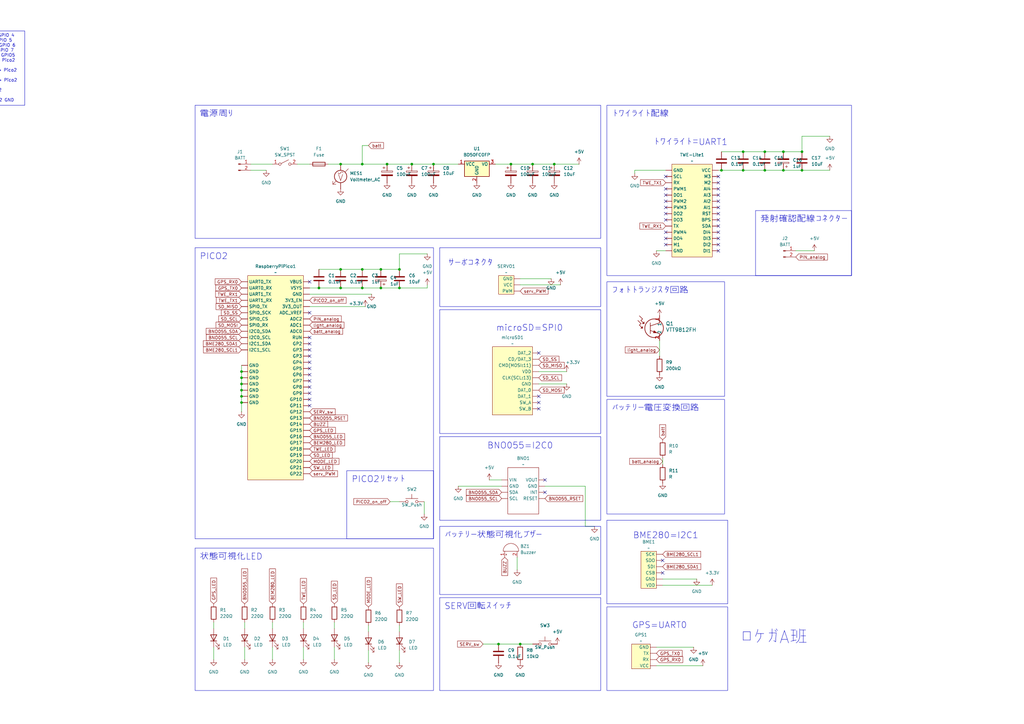
<source format=kicad_sch>
(kicad_sch (version 20231120) (generator "eeschema") (generator_version "8.0")
  (paper "A3")
  (lib_symbols
    (symbol "Connector:Conn_01x02_Pin" (pin_names (offset 1.016) hide)
      (property "Reference" "J" (at 0 2.54 0))
      (property "Value" "Conn_01x02_Pin" (at 0 -5.08 0))
      (symbol "Conn_01x02_Pin_1_1"
        (pin passive line (at 5.08 0 180) (length 3.81) (name "Pin_1") (number "1"))
        (pin passive line (at 5.08 -2.54 180) (length 3.81) (name "Pin_2") (number "2"))
      )
    )
    (symbol "Device:Buzzer" (pin_names (offset 0.0254) hide)
      (property "Reference" "BZ" (at 3.81 1.27 0))
      (property "Value" "Buzzer" (at 3.81 -1.27 0))
      (symbol "Buzzer_1_1"
        (pin passive line (at -2.54 2.54 0) (length 2.54) (name "+") (number "1"))
        (pin passive line (at -2.54 -2.54 0) (length 2.54) (name "-") (number "2"))
      )
    )
    (symbol "Device:C" (pin_numbers hide) (pin_names (offset 0.254))
      (property "Reference" "C" (at 0.635 2.54 0))
      (property "Value" "C" (at 0.635 -2.54 0))
      (symbol "C_1_1"
        (pin passive line (at 0 3.81 270) (length 2.794) (name "~") (number "1"))
        (pin passive line (at 0 -3.81 90) (length 2.794) (name "~") (number "2"))
      )
    )
    (symbol "Device:C_Polarized" (pin_numbers hide) (pin_names (offset 0.254))
      (property "Reference" "C" (at 0.635 2.54 0))
      (property "Value" "C_Polarized" (at 0.635 -2.54 0))
      (symbol "C_Polarized_1_1"
        (pin passive line (at 0 3.81 270) (length 2.794) (name "~") (number "1"))
        (pin passive line (at 0 -3.81 90) (length 2.794) (name "~") (number "2"))
      )
    )
    (symbol "Device:Fuse" (pin_numbers hide) (pin_names (offset 0))
      (property "Reference" "F" (at 2.032 0 90))
      (property "Value" "Fuse" (at -1.905 0 90))
      (symbol "Fuse_1_1"
        (pin passive line (at 0 3.81 270) (length 1.27) (name "~") (number "1"))
        (pin passive line (at 0 -3.81 90) (length 1.27) (name "~") (number "2"))
      )
    )
    (symbol "Device:LED" (pin_numbers hide) (pin_names (offset 1.016) hide)
      (property "Reference" "D" (at 0 2.54 0))
      (property "Value" "LED" (at 0 -2.54 0))
      (symbol "LED_1_1"
        (pin passive line (at -3.81 0 0) (length 2.54) (name "K") (number "1"))
        (pin passive line (at 3.81 0 180) (length 2.54) (name "A") (number "2"))
      )
    )
    (symbol "Device:R" (pin_numbers hide) (pin_names (offset 0))
      (property "Reference" "R" (at 2.032 0 90))
      (property "Value" "R" (at 0 0 90))
      (symbol "R_1_1"
        (pin passive line (at 0 3.81 270) (length 1.27) (name "~") (number "1"))
        (pin passive line (at 0 -3.81 90) (length 1.27) (name "~") (number "2"))
      )
    )
    (symbol "Device:Voltmeter_AC" (pin_numbers hide) (pin_names (offset 0.0254) hide)
      (property "Reference" "MES" (at -3.302 1.016 0))
      (property "Value" "Voltmeter_AC" (at -3.302 -0.762 0))
      (symbol "Voltmeter_AC_0_0"
        (text "V" (at 0 0.508 0) (effects (font (size 2.54 2.54))))
      )
      (symbol "Voltmeter_AC_1_1"
        (pin passive line (at 0 -5.08 90) (length 2.54) (name "~") (number "1"))
        (pin passive line (at 0 5.08 270) (length 2.54) (name "~") (number "2"))
      )
    )
    (symbol "Regulator_Linear:BD50FC0FP"
      (property "Reference" "U" (at 0 7.62 0))
      (property "Value" "BD50FC0FP" (at 0 5.08 0))
      (symbol "BD50FC0FP_1_1"
        (pin power_in line (at -7.62 0 0) (length 2.54) (name "VCC") (number "1"))
        (pin power_in line (at 0 -7.62 90) (length 2.54) (name "GND") (number "2"))
        (pin power_out line (at 7.62 0 180) (length 2.54) (name "VO") (number "3"))
      )
    )
    (symbol "SPARK:BME280(秋月）"
      (property "Reference" "BME280" (at -0.508 7.874 0))
      (symbol "BME280(秋月）_1_1"
        (pin input line (at 5.08 -2.54 180) (length 2.54) (name "CSB") (number ""))
        (pin input line (at 5.08 -5.08 180) (length 2.54) (name "GND") (number ""))
        (pin input line (at 5.08 5.08 180) (length 2.54) (name "SCK") (number ""))
        (pin input line (at 5.08 0 180) (length 2.54) (name "SDI") (number ""))
        (pin input line (at 5.08 2.54 180) (length 2.54) (name "SDO") (number ""))
        (pin input line (at 5.08 -7.62 180) (length 2.54) (name "VDD") (number ""))
      )
    )
    (symbol "SPARK:BNO055"
      (property "Reference" "BNO055" (at 0 9.144 0))
      (symbol "BNO055_1_1"
        (pin input line (at -8.89 2.54 0) (length 2.54) (name "GND") (number ""))
        (pin input line (at 8.89 2.54 180) (length 2.54) (name "GND") (number ""))
        (pin input line (at 8.89 0 180) (length 2.54) (name "INT") (number ""))
        (pin input line (at 8.89 -2.54 180) (length 2.54) (name "RESET") (number ""))
        (pin input line (at -8.89 -2.54 0) (length 2.54) (name "SCL") (number ""))
        (pin input line (at -8.89 0 0) (length 2.54) (name "SDA") (number ""))
        (pin input line (at -8.89 5.08 0) (length 2.54) (name "VIN") (number ""))
        (pin input line (at 8.89 5.08 180) (length 2.54) (name "VOUT") (number ""))
      )
    )
    (symbol "SPARK:GPS"
      (property "Reference" "GPS" (at 0 5.588 0))
      (symbol "GPS_1_1"
        (pin input line (at 0 2.54 180) (length 2.54) (name "GND") (number ""))
        (pin input line (at 0 -2.54 180) (length 2.54) (name "RX") (number ""))
        (pin input line (at 0 0 180) (length 2.54) (name "TX") (number ""))
        (pin input line (at 0 -5.08 180) (length 2.54) (name "VCC") (number ""))
      )
    )
    (symbol "SPARK:SDカードスロット"
      (property "Reference" "microSDカードスロット" (at -5.588 3.048 0))
      (symbol "SDカードスロット_1_1"
        (pin input line (at 5.08 -6.35 180) (length 2.54) (name "CD/DAT_3") (number ""))
        (pin input line (at 5.08 -13.97 180) (length 2.54) (name "CLK(SCL:13)") (number ""))
        (pin input line (at 5.08 -8.89 180) (length 2.54) (name "CMD(MOSI:11)") (number ""))
        (pin input line (at 5.08 -19.05 180) (length 2.54) (name "DAT_0") (number ""))
        (pin input line (at 5.08 -21.59 180) (length 2.54) (name "DAT_1") (number ""))
        (pin input line (at 5.08 -3.81 180) (length 2.54) (name "DAT_2") (number ""))
        (pin input line (at 5.08 -16.51 180) (length 2.54) (name "GND") (number ""))
        (pin input line (at 5.08 -24.13 180) (length 2.54) (name "SW_A") (number ""))
        (pin input line (at 5.08 -26.67 180) (length 2.54) (name "SW_B") (number ""))
        (pin input line (at 5.08 -11.43 180) (length 2.54) (name "VDD") (number ""))
      )
    )
    (symbol "SPARK:TWELITE_DIP"
      (property "Reference" "TWE-Lite" (at 0 5.842 90))
      (symbol "TWELITE_DIP_1_1"
        (pin input line (at 10.16 5.08 180) (length 2.54) (name "AI1") (number ""))
        (pin input line (at 10.16 7.62 180) (length 2.54) (name "AI2") (number ""))
        (pin input line (at 10.16 10.16 180) (length 2.54) (name "AI3") (number ""))
        (pin input line (at 10.16 12.7 180) (length 2.54) (name "AI4") (number ""))
        (pin input line (at 10.16 0 180) (length 2.54) (name "BPS") (number ""))
        (pin input line (at 10.16 -12.7 180) (length 2.54) (name "DI1") (number ""))
        (pin input line (at 10.16 -10.16 180) (length 2.54) (name "DI2") (number ""))
        (pin input line (at 10.16 -7.62 180) (length 2.54) (name "DI3") (number ""))
        (pin input line (at 10.16 -5.08 180) (length 2.54) (name "DI4") (number ""))
        (pin input line (at -11.43 10.16 0) (length 2.54) (name "DO1") (number ""))
        (pin input line (at -11.43 2.54 0) (length 2.54) (name "DO2") (number ""))
        (pin input line (at -11.43 0 0) (length 2.54) (name "DO3") (number ""))
        (pin input line (at -11.43 -7.62 0) (length 2.54) (name "DO4") (number ""))
        (pin input line (at -11.43 -12.7 0) (length 2.54) (name "GND") (number ""))
        (pin input line (at -11.43 20.32 0) (length 2.54) (name "GND") (number ""))
        (pin input line (at -11.43 -10.16 0) (length 2.54) (name "M1") (number ""))
        (pin input line (at 10.16 15.24 180) (length 2.54) (name "M2") (number ""))
        (pin input line (at 10.16 17.78 180) (length 2.54) (name "M3") (number ""))
        (pin input line (at -11.43 12.7 0) (length 2.54) (name "PWM1") (number ""))
        (pin input line (at -11.43 7.62 0) (length 2.54) (name "PWM2") (number ""))
        (pin input line (at -11.43 5.08 0) (length 2.54) (name "PWM3") (number ""))
        (pin input line (at -11.43 -5.08 0) (length 2.54) (name "PWM4") (number ""))
        (pin input line (at 10.16 2.54 180) (length 2.54) (name "RST") (number ""))
        (pin input line (at -11.43 15.24 0) (length 2.54) (name "RX") (number ""))
        (pin input line (at -11.43 17.78 0) (length 2.54) (name "SCL") (number ""))
        (pin input line (at 10.16 -2.54 180) (length 2.54) (name "SDA") (number ""))
        (pin input line (at -11.43 -2.54 0) (length 2.54) (name "TX") (number ""))
        (pin input line (at 10.16 20.32 180) (length 2.54) (name "VCC") (number ""))
      )
    )
    (symbol "SPARK:サーボ"
      (property "Reference" "SERVO" (at -0.762 2.794 0))
      (symbol "サーボ_1_1"
        (pin input line (at 5.08 0 180) (length 2.54) (name "GND") (number ""))
        (pin input line (at 5.08 -5.08 180) (length 2.54) (name "PWM") (number ""))
        (pin input line (at 5.08 -2.54 180) (length 2.54) (name "VCC") (number ""))
      )
    )
    (symbol "SPARK:ラズベリーパイPico"
      (property "Reference" "RaspberryPiPico2" (at 1.27 2.54 0))
      (property "Value" "~" (at 1.27 0 0))
      (symbol "ラズベリーパイPico_1_1"
        (pin input line (at 15.24 -11.43 180) (length 2.54) (name "3V3_EN") (number ""))
        (pin input line (at 15.24 -13.97 180) (length 2.54) (name "3V3_OUT") (number ""))
        (pin input line (at 15.24 -24.13 180) (length 2.54) (name "ADC0") (number ""))
        (pin input line (at 15.24 -21.59 180) (length 2.54) (name "ADC1") (number ""))
        (pin input line (at 15.24 -19.05 180) (length 2.54) (name "ADC2") (number ""))
        (pin input line (at 15.24 -16.51 180) (length 2.54) (name "ADC_VREF") (number ""))
        (pin input line (at -12.7 -53.34 0) (length 2.54) (name "GND") (number ""))
        (pin input line (at -12.7 -50.8 0) (length 2.54) (name "GND") (number ""))
        (pin input line (at -12.7 -48.26 0) (length 2.54) (name "GND") (number ""))
        (pin input line (at -12.7 -45.72 0) (length 2.54) (name "GND") (number ""))
        (pin input line (at -12.7 -43.18 0) (length 2.54) (name "GND") (number ""))
        (pin input line (at -12.7 -40.64 0) (length 2.54) (name "GND") (number ""))
        (pin input line (at -12.7 -38.1 0) (length 2.54) (name "GND") (number ""))
        (pin input line (at 15.24 -8.89 180) (length 2.54) (name "GND") (number ""))
        (pin input line (at 15.24 -52.07 180) (length 2.54) (name "GP10") (number ""))
        (pin input line (at 15.24 -54.61 180) (length 2.54) (name "GP11") (number ""))
        (pin input line (at 15.24 -57.15 180) (length 2.54) (name "GP12") (number ""))
        (pin input line (at 15.24 -59.69 180) (length 2.54) (name "GP13") (number ""))
        (pin input line (at 15.24 -62.23 180) (length 2.54) (name "GP14") (number ""))
        (pin input line (at 15.24 -64.77 180) (length 2.54) (name "GP15") (number ""))
        (pin input line (at 15.24 -67.31 180) (length 2.54) (name "GP16") (number ""))
        (pin input line (at 15.24 -69.85 180) (length 2.54) (name "GP17") (number ""))
        (pin input line (at 15.24 -72.39 180) (length 2.54) (name "GP18") (number ""))
        (pin input line (at 15.24 -74.93 180) (length 2.54) (name "GP19") (number ""))
        (pin input line (at 15.24 -29.21 180) (length 2.54) (name "GP2") (number ""))
        (pin input line (at 15.24 -77.47 180) (length 2.54) (name "GP20") (number ""))
        (pin input line (at 15.24 -80.01 180) (length 2.54) (name "GP21") (number ""))
        (pin input line (at 15.24 -82.55 180) (length 2.54) (name "GP22") (number ""))
        (pin input line (at 15.24 -34.29 180) (length 2.54) (name "GP3") (number ""))
        (pin input line (at 15.24 -31.75 180) (length 2.54) (name "GP3") (number ""))
        (pin input line (at 15.24 -36.83 180) (length 2.54) (name "GP4") (number ""))
        (pin input line (at 15.24 -39.37 180) (length 2.54) (name "GP5") (number ""))
        (pin input line (at 15.24 -41.91 180) (length 2.54) (name "GP6") (number ""))
        (pin input line (at 15.24 -44.45 180) (length 2.54) (name "GP7") (number ""))
        (pin input line (at 15.24 -46.99 180) (length 2.54) (name "GP8") (number ""))
        (pin input line (at 15.24 -49.53 180) (length 2.54) (name "GP9") (number ""))
        (pin input line (at -12.7 -26.67 0) (length 2.54) (name "I2C0_SCL") (number ""))
        (pin input line (at -12.7 -24.13 0) (length 2.54) (name "I2C0_SDA") (number ""))
        (pin input line (at -12.7 -31.75 0) (length 2.54) (name "I2C1_SCL") (number ""))
        (pin input line (at -12.7 -29.21 0) (length 2.54) (name "I2C1_SDA") (number ""))
        (pin input line (at 15.24 -26.67 180) (length 2.54) (name "RUN") (number ""))
        (pin input line (at -12.7 -19.05 0) (length 2.54) (name "SPI0_CS") (number ""))
        (pin input line (at -12.7 -21.59 0) (length 2.54) (name "SPI0_RX") (number ""))
        (pin input line (at -12.7 -16.51 0) (length 2.54) (name "SPI0_SCK") (number ""))
        (pin input line (at -12.7 -13.97 0) (length 2.54) (name "SPI0_TX") (number ""))
        (pin input line (at -12.7 -6.35 0) (length 2.54) (name "UART0_RX") (number ""))
        (pin input line (at -12.7 -3.81 0) (length 2.54) (name "UART0_TX") (number ""))
        (pin input line (at -12.7 -11.43 0) (length 2.54) (name "UART1_RX") (number ""))
        (pin input line (at -12.7 -8.89 0) (length 2.54) (name "UART1_TX") (number ""))
        (pin input line (at 15.24 -3.81 180) (length 2.54) (name "VBUS") (number ""))
        (pin input line (at 15.24 -6.35 180) (length 2.54) (name "VSYS") (number ""))
      )
    )
    (symbol "Switch:SW_Push" (pin_numbers hide) (pin_names (offset 1.016) hide)
      (property "Reference" "SW" (at 1.27 2.54 0))
      (property "Value" "SW_Push" (at 0 -1.524 0))
      (symbol "SW_Push_0_1"
        (pin passive line (at -5.08 0 0) (length 2.54) (name "1") (number "1"))
        (pin passive line (at 5.08 0 180) (length 2.54) (name "2") (number "2"))
      )
    )
    (symbol "Switch:SW_SPST" (pin_names (offset 0) hide)
      (property "Reference" "SW" (at 0 3.175 0))
      (property "Value" "SW_SPST" (at 0 -2.54 0))
      (symbol "SW_SPST_1_1"
        (pin passive line (at -5.08 0 0) (length 2.54) (name "A") (number "1"))
        (pin passive line (at 5.08 0 180) (length 2.54) (name "B") (number "2"))
      )
    )
    (symbol "power:+3.3V" (power) (pin_numbers hide) (pin_names (offset 0) hide)
      (property "Value" "+3.3V" (at 0 3.556 0))
      (symbol "+3.3V_1_1"
        (pin power_in line (at 0 0 90) (length 0) (name "~") (number "1"))
      )
    )
    (symbol "power:+5V" (power) (pin_numbers hide) (pin_names (offset 0) hide)
      (property "Value" "+5V" (at 0 3.556 0))
      (symbol "+5V_1_1"
        (pin power_in line (at 0 0 90) (length 0) (name "~") (number "1"))
      )
    )
    (symbol "power:GND" (power) (pin_numbers hide) (pin_names (offset 0) hide)
      (property "Value" "GND" (at 0 -3.81 0))
      (symbol "GND_1_1"
        (pin power_in line (at 0 0 270) (length 0) (name "~") (number "1"))
      )
    )
    (symbol "robocup:VTT9812FH" (pin_names (offset 0.254))
      (property "Reference" "Q" (at 2.54 -2.54 0))
      (property "Value" "VTT9812FH" (at 2.54 -7.62 0))
      (symbol "VTT9812FH_0_1"
        (pin unspecified line (at 0 0 270) (length 2.54) (name "1") (number "1"))
        (pin unspecified line (at 0 -10.16 90) (length 2.54) (name "2") (number "2"))
      )
    )
  )
  (junction (at 168.91 67.31))
  (junction (at 99.06 152.4))
  (junction (at 130.81 118.11))
  (junction (at 99.06 162.56))
  (junction (at 148.59 118.11))
  (junction (at 328.93 69.85))
  (junction (at 163.83 110.49))
  (junction (at 328.93 62.23))
  (junction (at 209.55 67.31))
  (junction (at 218.44 67.31))
  (junction (at 139.7 110.49))
  (junction (at 148.59 110.49))
  (junction (at 304.8 69.85))
  (junction (at 213.36 264.16))
  (junction (at 321.31 69.85))
  (junction (at 304.8 62.23))
  (junction (at 158.75 67.31))
  (junction (at 313.69 62.23))
  (junction (at 177.8 67.31))
  (junction (at 321.31 62.23))
  (junction (at 156.21 110.49))
  (junction (at 139.7 67.31))
  (junction (at 313.69 69.85))
  (junction (at 163.83 118.11))
  (junction (at 99.06 160.02))
  (junction (at 148.59 67.31))
  (junction (at 295.91 69.85))
  (junction (at 139.7 118.11))
  (junction (at 156.21 118.11))
  (junction (at 99.06 165.1))
  (junction (at 204.47 264.16))
  (junction (at 227.33 67.31))
  (junction (at 99.06 157.48))
  (junction (at 99.06 154.94))
  (no_connect (at 127 161.29))
  (no_connect (at 127 151.13))
  (no_connect (at 127 128.27))
  (no_connect (at 273.05 77.47))
  (no_connect (at 220.98 167.64))
  (no_connect (at 294.64 90.17))
  (no_connect (at 127 140.97))
  (no_connect (at 127 138.43))
  (no_connect (at 220.98 165.1))
  (no_connect (at 127 163.83))
  (no_connect (at 127 156.21))
  (no_connect (at 294.64 102.87))
  (no_connect (at 294.64 74.93))
  (no_connect (at 271.78 229.87))
  (no_connect (at 127 153.67))
  (no_connect (at 220.98 162.56))
  (no_connect (at 273.05 90.17))
  (no_connect (at 273.05 100.33))
  (no_connect (at 273.05 97.79))
  (no_connect (at 273.05 85.09))
  (no_connect (at 294.64 97.79))
  (no_connect (at 294.64 95.25))
  (no_connect (at 127 146.05))
  (no_connect (at 294.64 80.01))
  (no_connect (at 273.05 95.25))
  (no_connect (at 127 143.51))
  (no_connect (at 294.64 92.71))
  (no_connect (at 273.05 80.01))
  (no_connect (at 294.64 87.63))
  (no_connect (at 294.64 77.47))
  (no_connect (at 127 158.75))
  (no_connect (at 127 148.59))
  (no_connect (at 223.52 201.93))
  (no_connect (at 273.05 72.39))
  (no_connect (at 273.05 82.55))
  (no_connect (at 223.52 196.85))
  (no_connect (at 220.98 144.78))
  (no_connect (at 294.64 72.39))
  (no_connect (at 294.64 85.09))
  (no_connect (at 294.64 100.33))
  (no_connect (at 294.64 82.55))
  (no_connect (at 127 166.37))
  (no_connect (at 271.78 234.95))
  (no_connect (at 127 115.57))
  (no_connect (at 273.05 87.63))
  (wire (pts (xy 204.47 264.16) (xy 213.36 264.16)))
  (wire (pts (xy 151.13 59.69) (xy 148.59 59.69)))
  (wire (pts (xy 218.44 67.31) (xy 227.33 67.31)))
  (wire (pts (xy 151.13 256.54) (xy 151.13 259.08)))
  (wire (pts (xy 321.31 69.85) (xy 328.93 69.85)))
  (wire (pts (xy 313.69 62.23) (xy 321.31 62.23)))
  (wire (pts (xy 148.59 118.11) (xy 156.21 118.11)))
  (wire (pts (xy 175.26 118.11) (xy 175.26 116.84)))
  (wire (pts (xy 158.75 67.31) (xy 168.91 67.31)))
  (wire (pts (xy 295.91 62.23) (xy 304.8 62.23)))
  (wire (pts (xy 220.98 157.48) (xy 232.41 157.48)))
  (wire (pts (xy 156.21 110.49) (xy 163.83 110.49)))
  (wire (pts (xy 203.2 67.31) (xy 209.55 67.31)))
  (wire (pts (xy 271.78 190.5) (xy 271.78 187.96)))
  (wire (pts (xy 127 120.65) (xy 152.4 120.65)))
  (wire (pts (xy 304.8 62.23) (xy 313.69 62.23)))
  (wire (pts (xy 273.05 69.85) (xy 260.35 69.85)))
  (wire (pts (xy 271.78 237.49) (xy 285.75 237.49)))
  (wire (pts (xy 328.93 55.88) (xy 328.93 62.23)))
  (wire (pts (xy 304.8 69.85) (xy 313.69 69.85)))
  (wire (pts (xy 240.03 215.9) (xy 243.84 215.9)))
  (wire (pts (xy 200.66 196.85) (xy 205.74 196.85)))
  (wire (pts (xy 100.33 270.51) (xy 100.33 265.43)))
  (wire (pts (xy 139.7 110.49) (xy 148.59 110.49)))
  (wire (pts (xy 213.36 114.3) (xy 226.06 114.3)))
  (wire (pts (xy 111.76 255.27) (xy 111.76 257.81)))
  (wire (pts (xy 87.63 255.27) (xy 87.63 257.81)))
  (wire (pts (xy 99.06 154.94) (xy 99.06 157.48)))
  (wire (pts (xy 240.03 215.9) (xy 240.03 199.39)))
  (wire (pts (xy 198.12 264.16) (xy 204.47 264.16)))
  (wire (pts (xy 269.24 102.87) (xy 273.05 102.87)))
  (wire (pts (xy 134.62 67.31) (xy 139.7 67.31)))
  (wire (pts (xy 163.83 104.14) (xy 175.26 104.14)))
  (wire (pts (xy 163.83 256.54) (xy 163.83 259.08)))
  (wire (pts (xy 99.06 149.86) (xy 99.06 152.4)))
  (wire (pts (xy 163.83 271.78) (xy 163.83 266.7)))
  (wire (pts (xy 326.39 102.87) (xy 334.01 102.87)))
  (wire (pts (xy 139.7 67.31) (xy 148.59 67.31)))
  (wire (pts (xy 270.51 146.05) (xy 270.51 139.7)))
  (wire (pts (xy 321.31 62.23) (xy 328.93 62.23)))
  (wire (pts (xy 99.06 162.56) (xy 99.06 165.1)))
  (wire (pts (xy 102.87 69.85) (xy 109.22 69.85)))
  (wire (pts (xy 156.21 118.11) (xy 163.83 118.11)))
  (wire (pts (xy 269.24 265.43) (xy 284.48 265.43)))
  (wire (pts (xy 148.59 110.49) (xy 156.21 110.49)))
  (wire (pts (xy 121.92 67.31) (xy 127 67.31)))
  (wire (pts (xy 137.16 270.51) (xy 137.16 265.43)))
  (wire (pts (xy 173.99 210.82) (xy 173.99 205.74)))
  (wire (pts (xy 148.59 67.31) (xy 158.75 67.31)))
  (wire (pts (xy 240.03 199.39) (xy 223.52 199.39)))
  (wire (pts (xy 271.78 240.03) (xy 292.1 240.03)))
  (wire (pts (xy 295.91 69.85) (xy 304.8 69.85)))
  (wire (pts (xy 209.55 67.31) (xy 218.44 67.31)))
  (wire (pts (xy 124.46 270.51) (xy 124.46 265.43)))
  (wire (pts (xy 130.81 118.11) (xy 139.7 118.11)))
  (wire (pts (xy 127 125.73) (xy 149.86 125.73)))
  (wire (pts (xy 313.69 69.85) (xy 321.31 69.85)))
  (wire (pts (xy 124.46 255.27) (xy 124.46 257.81)))
  (wire (pts (xy 328.93 69.85) (xy 340.36 69.85)))
  (wire (pts (xy 269.24 273.05) (xy 288.29 273.05)))
  (wire (pts (xy 137.16 255.27) (xy 137.16 257.81)))
  (wire (pts (xy 163.83 104.14) (xy 163.83 110.49)))
  (wire (pts (xy 102.87 67.31) (xy 111.76 67.31)))
  (wire (pts (xy 260.35 69.85) (xy 260.35 71.12)))
  (wire (pts (xy 111.76 270.51) (xy 111.76 265.43)))
  (wire (pts (xy 99.06 157.48) (xy 99.06 160.02)))
  (wire (pts (xy 177.8 67.31) (xy 187.96 67.31)))
  (wire (pts (xy 340.36 55.88) (xy 328.93 55.88)))
  (wire (pts (xy 227.33 67.31) (xy 237.49 67.31)))
  (wire (pts (xy 163.83 118.11) (xy 175.26 118.11)))
  (wire (pts (xy 130.81 110.49) (xy 139.7 110.49)))
  (wire (pts (xy 212.09 233.68) (xy 212.09 228.6)))
  (wire (pts (xy 187.96 199.39) (xy 205.74 199.39)))
  (wire (pts (xy 87.63 270.51) (xy 87.63 265.43)))
  (wire (pts (xy 220.98 152.4) (xy 232.41 152.4)))
  (wire (pts (xy 99.06 152.4) (xy 99.06 154.94)))
  (wire (pts (xy 100.33 255.27) (xy 100.33 257.81)))
  (wire (pts (xy 127 118.11) (xy 130.81 118.11)))
  (wire (pts (xy 99.06 160.02) (xy 99.06 162.56)))
  (wire (pts (xy 294.64 69.85) (xy 295.91 69.85)))
  (wire (pts (xy 213.36 116.84) (xy 229.87 116.84)))
  (wire (pts (xy 160.02 205.74) (xy 163.83 205.74)))
  (wire (pts (xy 151.13 271.78) (xy 151.13 266.7)))
  (wire (pts (xy 168.91 67.31) (xy 177.8 67.31)))
  (wire (pts (xy 148.59 59.69) (xy 148.59 67.31)))
  (wire (pts (xy 99.06 165.1) (xy 99.06 168.91)))
  (wire (pts (xy 139.7 118.11) (xy 148.59 118.11)))
  (wire (pts (xy 213.36 264.16) (xy 218.44 264.16)))
  (rectangle (start 180.34 101.6) (end 246.38 125.73))
  (rectangle (start 180.34 127) (end 246.38 177.8))
  (rectangle (start 180.34 179.07) (end 246.38 213.36))
  (rectangle (start 248.92 213.36) (end 298.45 247.65))
  (rectangle (start 248.92 248.92) (end 298.45 283.21))
  (text_box "PICO2\n" (at 80.01 101.6 0) (size 97.79 119.38) (effects (font (size 2.54 2.54)) (justify left top)))
  (text_box "発射確認配線コネクター" (at 309.88 86.36 0) (size 39.37 26.67) (effects (font (size 2.54 2.54)) (justify left top)))
  (text_box "SPI0_RX (MISO) → GPIO 4\nSPI0_CS (CSn) → GPIO 5\nSPI0_SCK (SCK) → GPIO 6\nSPI0_TX (MOSI) → GPIO 7\nSDカード CS → Pico2 GPIO5\nSDカード DI (MOSI) → Pico2 GPIO7\nSDカード DO (MISO) → Pico2 GPIO4\nSDカード CLK (SCK) → Pico2 GPIO6\nSDカード VCC → Pico2 3V3(OUT)\nSDカード GND → Pico2 GND" (at -20.32 12.7 0) (size 30.48 30.48) (effects (font (size 1.27 1.27)) (justify left top)))
  (text_box "フォトトランジスタ回路\n" (at 248.92 115.57 0) (size 48.26 46.99) (effects (font (size 2.54 2.54)) (justify left top)))
  (text_box "状態可視化LED" (at 80.01 224.79 0) (size 97.79 58.42) (effects (font (size 2.54 2.54)) (justify left top)))
  (text_box "バッテリー電圧変換回路" (at 248.92 163.83 0) (size 48.26 46.99) (effects (font (size 2.54 2.54)) (justify left top)))
  (text_box "トワイライト配線\n" (at 248.92 43.18 0) (size 100.33 69.85) (effects (font (size 2.54 2.54)) (justify left top)))
  (text_box "電源周り" (at 80.01 43.18 0) (size 166.37 54.61) (effects (font (size 2.54 2.54)) (justify left top)))
  (text_box "バッテリー状態可視化ブザー" (at 180.34 215.9 0) (size 66.04 27.94) (effects (font (size 2.54 2.54)) (justify left top)))
  (text_box "SERV回転スイッチ" (at 180.34 245.11 0) (size 66.04 38.1) (effects (font (size 2.54 2.54)) (justify left top)))
  (text_box "PICO2リセット" (at 142.24 193.04 0) (size 35.56 27.94) (effects (font (size 2.54 2.54)) (justify left top)))
  (text "トワイライト＝UART１" (at 283.21 58.42 0) (effects (font (size 2.54 2.54))))
  (text "microSD=SPI0" (at 217.17 134.62 0) (effects (font (size 2.54 2.54))))
  (text "GPS=UART0\n" (at 270.51 256.54 0) (effects (font (size 2.54 2.54))))
  (text "BNO055=I2C0\n" (at 213.36 182.88 0) (effects (font (size 2.54 2.54))))
  (text "ロケガA班" (at 317.5 261.62 0) (effects (font (size 5.08 5.08))))
  (text "BME280=I2C1" (at 273.05 219.71 0) (effects (font (size 2.54 2.54))))
  (text "サーボコネクタ" (at 193.04 107.95 0) (effects (font (size 2.54 2.54))))
  (global_label "SW_LED" (shape input) (at 127 191.77 0) (property "Intersheetrefs" "${INTERSHEET_REFS}" (effects (hide yes))))
  (global_label "BNO055_RSET" (shape input) (at 223.52 204.47 0) (property "Intersheetrefs" "${INTERSHEET_REFS}" (effects (hide yes))))
  (global_label "batt_analog" (shape input) (at 127 135.89 0) (property "Intersheetrefs" "${INTERSHEET_REFS}" (effects (hide yes))))
  (global_label "BUZZ" (shape input) (at 207.01 228.6 270) (property "Intersheetrefs" "${INTERSHEET_REFS}" (effects (hide yes))))
  (global_label "GPS_TX0" (shape input) (at 269.24 267.97 0) (property "Intersheetrefs" "${INTERSHEET_REFS}" (effects (hide yes))))
  (global_label "PIN_analog" (shape input) (at 326.39 105.41 0) (property "Intersheetrefs" "${INTERSHEET_REFS}" (effects (hide yes))))
  (global_label "PICO2_on_off" (shape input) (at 127 123.19 0) (property "Intersheetrefs" "${INTERSHEET_REFS}" (effects (hide yes))))
  (global_label "SERV_sw" (shape input) (at 127 168.91 0) (property "Intersheetrefs" "${INTERSHEET_REFS}" (effects (hide yes))))
  (global_label "TWE_LED" (shape input) (at 124.46 247.65 90) (property "Intersheetrefs" "${INTERSHEET_REFS}" (effects (hide yes))))
  (global_label "SW_LED" (shape input) (at 163.83 248.92 90) (property "Intersheetrefs" "${INTERSHEET_REFS}" (effects (hide yes))))
  (global_label "SD_SS" (shape input) (at 99.06 128.27 180) (property "Intersheetrefs" "${INTERSHEET_REFS}" (effects (hide yes))))
  (global_label "BNO055_LED" (shape input) (at 127 179.07 0) (property "Intersheetrefs" "${INTERSHEET_REFS}" (effects (hide yes))))
  (global_label "SD_MOSI" (shape input) (at 220.98 160.02 0) (property "Intersheetrefs" "${INTERSHEET_REFS}" (effects (hide yes))))
  (global_label "TWE_TX1" (shape input) (at 99.06 123.19 180) (property "Intersheetrefs" "${INTERSHEET_REFS}" (effects (hide yes))))
  (global_label "BEM280_LED" (shape input) (at 111.76 247.65 90) (property "Intersheetrefs" "${INTERSHEET_REFS}" (effects (hide yes))))
  (global_label "light_analog" (shape input) (at 270.51 143.51 180) (property "Intersheetrefs" "${INTERSHEET_REFS}" (effects (hide yes))))
  (global_label "SD_MISO" (shape input) (at 220.98 149.86 0) (property "Intersheetrefs" "${INTERSHEET_REFS}" (effects (hide yes))))
  (global_label "BME280_SDA1" (shape input) (at 99.06 140.97 180) (property "Intersheetrefs" "${INTERSHEET_REFS}" (effects (hide yes))))
  (global_label "light_analog" (shape input) (at 127 133.35 0) (property "Intersheetrefs" "${INTERSHEET_REFS}" (effects (hide yes))))
  (global_label "BME280_SDA1" (shape input) (at 271.78 232.41 0) (property "Intersheetrefs" "${INTERSHEET_REFS}" (effects (hide yes))))
  (global_label "BNO055_SCL" (shape input) (at 205.74 204.47 180) (property "Intersheetrefs" "${INTERSHEET_REFS}" (effects (hide yes))))
  (global_label "GPS_RX0" (shape input) (at 99.06 115.57 180) (property "Intersheetrefs" "${INTERSHEET_REFS}" (effects (hide yes))))
  (global_label "SD_SCL" (shape input) (at 220.98 154.94 0) (property "Intersheetrefs" "${INTERSHEET_REFS}" (effects (hide yes))))
  (global_label "SD_SS" (shape input) (at 220.98 147.32 0) (property "Intersheetrefs" "${INTERSHEET_REFS}" (effects (hide yes))))
  (global_label "GPS_TX0" (shape input) (at 99.06 118.11 180) (property "Intersheetrefs" "${INTERSHEET_REFS}" (effects (hide yes))))
  (global_label "batt" (shape input) (at 271.78 180.34 90) (property "Intersheetrefs" "${INTERSHEET_REFS}" (effects (hide yes))))
  (global_label "PIN_analog" (shape input) (at 127 130.81 0) (property "Intersheetrefs" "${INTERSHEET_REFS}" (effects (hide yes))))
  (global_label "SD_MOSI" (shape input) (at 99.06 133.35 180) (property "Intersheetrefs" "${INTERSHEET_REFS}" (effects (hide yes))))
  (global_label "MODE_LED" (shape input) (at 151.13 248.92 90) (property "Intersheetrefs" "${INTERSHEET_REFS}" (effects (hide yes))))
  (global_label "PICO2_on_off" (shape input) (at 160.02 205.74 180) (property "Intersheetrefs" "${INTERSHEET_REFS}" (effects (hide yes))))
  (global_label "BNO055_SDA" (shape input) (at 205.74 201.93 180) (property "Intersheetrefs" "${INTERSHEET_REFS}" (effects (hide yes))))
  (global_label "BUZZ" (shape input) (at 127 173.99 0) (property "Intersheetrefs" "${INTERSHEET_REFS}" (effects (hide yes))))
  (global_label "SD_MISO" (shape input) (at 99.06 125.73 180) (property "Intersheetrefs" "${INTERSHEET_REFS}" (effects (hide yes))))
  (global_label "BME280_SCL1" (shape input) (at 271.78 227.33 0) (property "Intersheetrefs" "${INTERSHEET_REFS}" (effects (hide yes))))
  (global_label "TWE_LED" (shape input) (at 127 184.15 0) (property "Intersheetrefs" "${INTERSHEET_REFS}" (effects (hide yes))))
  (global_label "batt" (shape input) (at 151.13 59.69 0) (property "Intersheetrefs" "${INTERSHEET_REFS}" (effects (hide yes))))
  (global_label "GPS_RX0" (shape input) (at 269.24 270.51 0) (property "Intersheetrefs" "${INTERSHEET_REFS}" (effects (hide yes))))
  (global_label "MODE_LED" (shape input) (at 127 189.23 0) (property "Intersheetrefs" "${INTERSHEET_REFS}" (effects (hide yes))))
  (global_label "TWE_RX1" (shape input) (at 99.06 120.65 180) (property "Intersheetrefs" "${INTERSHEET_REFS}" (effects (hide yes))))
  (global_label "SD_LED" (shape input) (at 137.16 247.65 90) (property "Intersheetrefs" "${INTERSHEET_REFS}" (effects (hide yes))))
  (global_label "BEM280_LED" (shape input) (at 127 181.61 0) (property "Intersheetrefs" "${INTERSHEET_REFS}" (effects (hide yes))))
  (global_label "BNO055_RSET" (shape input) (at 127 171.45 0) (property "Intersheetrefs" "${INTERSHEET_REFS}" (effects (hide yes))))
  (global_label "SD_LED" (shape input) (at 127 186.69 0) (property "Intersheetrefs" "${INTERSHEET_REFS}" (effects (hide yes))))
  (global_label "SERV_sw" (shape input) (at 198.12 264.16 180) (property "Intersheetrefs" "${INTERSHEET_REFS}" (effects (hide yes))))
  (global_label "serv_PWM" (shape input) (at 213.36 119.38 0) (property "Intersheetrefs" "${INTERSHEET_REFS}" (effects (hide yes))))
  (global_label "TWE_TX1" (shape input) (at 273.05 74.93 180) (property "Intersheetrefs" "${INTERSHEET_REFS}" (effects (hide yes))))
  (global_label "BNO055_LED" (shape input) (at 100.33 247.65 90) (property "Intersheetrefs" "${INTERSHEET_REFS}" (effects (hide yes))))
  (global_label "BME280_SCL1" (shape input) (at 99.06 143.51 180) (property "Intersheetrefs" "${INTERSHEET_REFS}" (effects (hide yes))))
  (global_label "GPS_LED" (shape input) (at 87.63 247.65 90) (property "Intersheetrefs" "${INTERSHEET_REFS}" (effects (hide yes))))
  (global_label "batt_analog" (shape input) (at 271.78 189.23 180) (property "Intersheetrefs" "${INTERSHEET_REFS}" (effects (hide yes))))
  (global_label "BNO055_SDA" (shape input) (at 99.06 135.89 180) (property "Intersheetrefs" "${INTERSHEET_REFS}" (effects (hide yes))))
  (global_label "serv_PWM" (shape input) (at 127 194.31 0) (property "Intersheetrefs" "${INTERSHEET_REFS}" (effects (hide yes))))
  (global_label "SD_SCL" (shape input) (at 99.06 130.81 180) (property "Intersheetrefs" "${INTERSHEET_REFS}" (effects (hide yes))))
  (global_label "GPS_LED" (shape input) (at 127 176.53 0) (property "Intersheetrefs" "${INTERSHEET_REFS}" (effects (hide yes))))
  (global_label "TWE_RX1" (shape input) (at 273.05 92.71 180) (property "Intersheetrefs" "${INTERSHEET_REFS}" (effects (hide yes))))
  (global_label "BNO055_SCL" (shape input) (at 99.06 138.43 180) (property "Intersheetrefs" "${INTERSHEET_REFS}" (effects (hide yes))))
  (symbol (lib_id "Connector:Conn_01x02_Pin") (at 321.31 102.87 0) (unit 1)
    (property "Reference" "J2" (at 321.945 97.79 0))
    (property "Value" "BATT" (at 321.945 100.33 0))
    (property "Description" "Generic connector, single row, 01x02, script generated" (effects (hide yes)))
  )
  (symbol (lib_id "SPARK:TWELITE_DIP") (at 284.48 90.17 0) (unit 1)
    (property "Reference" "TWE-Lite1" (at 283.845 63.5 0))
    (property "Value" "~" (at 283.845 66.04 0))
  )
  (symbol (lib_id "power:GND") (at 218.44 74.93 0) (unit 1)
    (property "Reference" "#PWR026" (effects (hide yes)))
    (property "Value" "GND" (at 218.44 80.01 0))
    (property "Description" "Power symbol creates a global label with name \"GND\" , ground" (effects (hide yes)))
  )
  (symbol (lib_id "Device:Buzzer") (at 209.55 226.06 90) (unit 1)
    (property "Reference" "BZ1" (at 213.36 224.0348 90) (effects (justify right)))
    (property "Value" "Buzzer" (at 213.36 226.5748 90) (effects (justify right)))
    (property "Description" "Buzzer, polarized" (effects (hide yes)))
  )
  (symbol (lib_id "power:+5V") (at 270.51 129.54 0) (unit 1)
    (property "Reference" "#PWR037" (effects (hide yes)))
    (property "Value" "+5V" (at 270.51 124.46 0))
    (property "Description" "Power symbol creates a global label with name \"+5V\"" (effects (hide yes)))
  )
  (symbol (lib_id "power:GND") (at 173.99 210.82 0) (unit 1)
    (property "Reference" "#PWR015" (effects (hide yes)))
    (property "Value" "GND" (at 173.99 215.9 0))
    (property "Description" "Power symbol creates a global label with name \"GND\" , ground" (effects (hide yes)))
  )
  (symbol (lib_id "Device:R") (at 124.46 251.46 0) (unit 1)
    (property "Reference" "R4" (at 127 250.1899 0) (effects (justify left)))
    (property "Value" "220Ω" (at 127 252.7299 0) (effects (justify left)))
    (property "Description" "Resistor" (effects (hide yes)))
  )
  (symbol (lib_id "Device:R") (at 87.63 251.46 0) (unit 1)
    (property "Reference" "R1" (at 90.17 250.1899 0) (effects (justify left)))
    (property "Value" "220Ω" (at 90.17 252.7299 0) (effects (justify left)))
    (property "Description" "Resistor" (effects (hide yes)))
  )
  (symbol (lib_id "power:+5V") (at 200.66 196.85 0) (unit 1)
    (property "Reference" "#PWR021" (effects (hide yes)))
    (property "Value" "+5V" (at 200.66 191.77 0))
    (property "Description" "Power symbol creates a global label with name \"+5V\"" (effects (hide yes)))
  )
  (symbol (lib_id "power:GND") (at 175.26 104.14 0) (unit 1)
    (property "Reference" "#PWR016" (effects (hide yes)))
    (property "Value" "GND" (at 175.26 109.22 0))
    (property "Description" "Power symbol creates a global label with name \"GND\" , ground" (effects (hide yes)))
  )
  (symbol (lib_id "Device:C") (at 204.47 267.97 0) (unit 1)
    (property "Reference" "C9" (at 208.28 266.7 0) (effects (justify left)))
    (property "Value" "0.1uF" (at 208.28 269.24 0) (effects (justify left)))
    (property "Description" "Unpolarized capacitor" (effects (hide yes)))
  )
  (symbol (lib_id "power:GND") (at 271.78 198.12 0) (unit 1)
    (property "Reference" "#PWR039" (effects (hide yes)))
    (property "Value" "GND" (at 271.78 203.2 0))
    (property "Description" "Power symbol creates a global label with name \"GND\" , ground" (effects (hide yes)))
  )
  (symbol (lib_id "Device:R") (at 271.78 194.31 0) (unit 1)
    (property "Reference" "R11" (at 274.32 193.0399 0) (effects (justify left)))
    (property "Value" "R" (at 274.32 195.5799 0) (effects (justify left)))
    (property "Description" "Resistor" (effects (hide yes)))
  )
  (symbol (lib_id "robocup:VTT9812FH") (at 270.51 129.54 0) (unit 1)
    (property "Reference" "Q1" (at 273.05 132.7276 0) (effects (font (size 1.524 1.524)) (justify left)))
    (property "Value" "VTT9812FH" (at 273.05 135.2676 0) (effects (font (size 1.524 1.524)) (justify left)))
    (property "Footprint" "PHOTOTR_VTT_T-1-3/4_EXT" (effects (hide yes)))
    (property "Datasheet" "VTT9812FH" (effects (hide yes)))
  )
  (symbol (lib_id "power:GND") (at 158.75 74.93 0) (unit 1)
    (property "Reference" "#PWR012" (effects (hide yes)))
    (property "Value" "GND" (at 158.75 80.01 0))
    (property "Description" "Power symbol creates a global label with name \"GND\" , ground" (effects (hide yes)))
  )
  (symbol (lib_id "Device:LED") (at 100.33 261.62 90) (unit 1)
    (property "Reference" "D2" (at 104.14 261.9374 90) (effects (justify right)))
    (property "Value" "LED" (at 104.14 264.4774 90) (effects (justify right)))
    (property "Description" "Light emitting diode" (effects (hide yes)))
  )
  (symbol (lib_id "power:+5V") (at 288.29 273.05 0) (unit 1)
    (property "Reference" "#PWR042" (effects (hide yes)))
    (property "Value" "+5V" (at 288.29 267.97 0))
    (property "Description" "Power symbol creates a global label with name \"+5V\"" (effects (hide yes)))
  )
  (symbol (lib_id "power:+5V") (at 237.49 67.31 0) (unit 1)
    (property "Reference" "#PWR033" (effects (hide yes)))
    (property "Value" "+5V" (at 237.49 62.23 0))
    (property "Description" "Power symbol creates a global label with name \"+5V\"" (effects (hide yes)))
  )
  (symbol (lib_id "Regulator_Linear:BD50FC0FP") (at 195.58 67.31 0) (unit 1)
    (property "Reference" "U1" (at 195.58 60.96 0))
    (property "Value" "BD50FC0FP" (at 195.58 63.5 0))
    (property "Footprint" "Package_TO_SOT_SMD:TO-252-2" (effects (hide yes)))
    (property "Datasheet" "https://fscdn.rohm.com/en/products/databook/datasheet/ic/power/linear_regulator/bdxxfc0wefj-e.pdf" (effects (hide yes)))
    (property "Description" "1A, 5.0V LDO regulator with OVP & TSP, without enable, TO-252" (effects (hide yes)))
  )
  (symbol (lib_id "Device:R") (at 163.83 252.73 0) (unit 1)
    (property "Reference" "R7" (at 166.37 251.4599 0) (effects (justify left)))
    (property "Value" "220Ω" (at 166.37 254 0) (effects (justify left)))
    (property "Description" "Resistor" (effects (hide yes)))
  )
  (symbol (lib_id "Device:LED") (at 151.13 262.89 90) (unit 1)
    (property "Reference" "D6" (at 154.94 263.2074 90) (effects (justify right)))
    (property "Value" "LED" (at 154.94 265.7474 90) (effects (justify right)))
    (property "Description" "Light emitting diode" (effects (hide yes)))
  )
  (symbol (lib_id "SPARK:BME280(秋月）") (at 266.7 232.41 0) (unit 1)
    (property "Reference" "BME1" (at 266.065 222.25 0))
    (property "Value" "~" (at 266.065 224.79 0))
  )
  (symbol (lib_id "Device:C") (at 295.91 66.04 0) (unit 1)
    (property "Reference" "C13" (at 299.72 64.7699 0) (effects (justify left)))
    (property "Value" "0.1uF" (at 299.72 67.3099 0) (effects (justify left)))
    (property "Description" "Unpolarized capacitor" (effects (hide yes)))
  )
  (symbol (lib_id "power:GND") (at 137.16 270.51 0) (unit 1)
    (property "Reference" "#PWR07" (effects (hide yes)))
    (property "Value" "GND" (at 137.16 275.59 0))
    (property "Description" "Power symbol creates a global label with name \"GND\" , ground" (effects (hide yes)))
  )
  (symbol (lib_id "Device:C_Polarized") (at 177.8 71.12 0) (unit 1)
    (property "Reference" "C8" (at 181.61 68.9609 0) (effects (justify left)))
    (property "Value" "10uF" (at 181.61 71.12 0) (effects (justify left)))
    (property "Description" "Polarized capacitor" (effects (hide yes)))
  )
  (symbol (lib_id "power:GND") (at 99.06 168.91 0) (unit 1)
    (property "Reference" "#PWR02" (effects (hide yes)))
    (property "Value" "GND" (at 99.06 173.99 0))
    (property "Description" "Power symbol creates a global label with name \"GND\" , ground" (effects (hide yes)))
  )
  (symbol (lib_id "Device:R") (at 270.51 149.86 0) (unit 1)
    (property "Reference" "R9" (at 273.05 148.5899 0) (effects (justify left)))
    (property "Value" "200kΩ" (at 273.05 151.1299 0) (effects (justify left)))
    (property "Description" "Resistor" (effects (hide yes)))
  )
  (symbol (lib_id "power:GND") (at 177.8 74.93 0) (unit 1)
    (property "Reference" "#PWR018" (effects (hide yes)))
    (property "Value" "GND" (at 177.8 80.01 0))
    (property "Description" "Power symbol creates a global label with name \"GND\" , ground" (effects (hide yes)))
  )
  (symbol (lib_id "power:GND") (at 139.7 77.47 0) (unit 1)
    (property "Reference" "#PWR08" (effects (hide yes)))
    (property "Value" "GND" (at 139.7 82.55 0))
    (property "Description" "Power symbol creates a global label with name \"GND\" , ground" (effects (hide yes)))
  )
  (symbol (lib_id "power:GND") (at 212.09 233.68 0) (unit 1)
    (property "Reference" "#PWR024" (effects (hide yes)))
    (property "Value" "GND" (at 212.09 238.76 0))
    (property "Description" "Power symbol creates a global label with name \"GND\" , ground" (effects (hide yes)))
  )
  (symbol (lib_id "power:GND") (at 204.47 271.78 0) (unit 1)
    (property "Reference" "#PWR022" (effects (hide yes)))
    (property "Value" "GND" (at 204.47 276.86 0))
    (property "Description" "Power symbol creates a global label with name \"GND\" , ground" (effects (hide yes)))
  )
  (symbol (lib_id "power:GND") (at 340.36 55.88 0) (unit 1)
    (property "Reference" "#PWR045" (effects (hide yes)))
    (property "Value" "GND" (at 340.36 60.96 0))
    (property "Description" "Power symbol creates a global label with name \"GND\" , ground" (effects (hide yes)))
  )
  (symbol (lib_id "Device:C") (at 148.59 114.3 0) (unit 1)
    (property "Reference" "C3" (at 152.4 113.0299 0) (effects (justify left)))
    (property "Value" "1uF" (at 152.4 115.5699 0) (effects (justify left)))
    (property "Description" "Unpolarized capacitor" (effects (hide yes)))
  )
  (symbol (lib_id "Device:C") (at 313.69 66.04 0) (unit 1)
    (property "Reference" "C15" (at 317.5 64.7699 0) (effects (justify left)))
    (property "Value" "1uF" (at 317.5 67.3099 0) (effects (justify left)))
    (property "Description" "Unpolarized capacitor" (effects (hide yes)))
  )
  (symbol (lib_id "SPARK:BNO055") (at 214.63 201.93 0) (unit 1)
    (property "Reference" "BNO1" (at 214.63 187.96 0))
    (property "Value" "~" (at 214.63 190.5 0))
  )
  (symbol (lib_id "SPARK:GPS") (at 269.24 267.97 0) (unit 1)
    (property "Reference" "GPS1" (at 262.89 260.35 0))
    (property "Value" "~" (at 262.89 262.89 0))
  )
  (symbol (lib_id "power:+5V") (at 340.36 69.85 0) (unit 1)
    (property "Reference" "#PWR046" (effects (hide yes)))
    (property "Value" "+5V" (at 340.36 64.77 0))
    (property "Description" "Power symbol creates a global label with name \"+5V\"" (effects (hide yes)))
  )
  (symbol (lib_id "Device:C_Polarized") (at 156.21 114.3 180) (unit 1)
    (property "Reference" "C4" (at 160.02 113.9189 0) (effects (justify right)))
    (property "Value" "1uF" (at 160.02 116.4589 0) (effects (justify right)))
    (property "Description" "Polarized capacitor" (effects (hide yes)))
  )
  (symbol (lib_id "power:+5V") (at 229.87 116.84 0) (unit 1)
    (property "Reference" "#PWR030" (effects (hide yes)))
    (property "Value" "+5V" (at 229.87 111.76 0))
    (property "Description" "Power symbol creates a global label with name \"+5V\"" (effects (hide yes)))
  )
  (symbol (lib_id "power:GND") (at 187.96 199.39 0) (unit 1)
    (property "Reference" "#PWR019" (effects (hide yes)))
    (property "Value" "GND" (at 187.96 204.47 0))
    (property "Description" "Power symbol creates a global label with name \"GND\" , ground" (effects (hide yes)))
  )
  (symbol (lib_id "power:GND") (at 163.83 271.78 0) (unit 1)
    (property "Reference" "#PWR013" (effects (hide yes)))
    (property "Value" "GND" (at 163.83 276.86 0))
    (property "Description" "Power symbol creates a global label with name \"GND\" , ground" (effects (hide yes)))
  )
  (symbol (lib_id "power:GND") (at 100.33 270.51 0) (unit 1)
    (property "Reference" "#PWR03" (effects (hide yes)))
    (property "Value" "GND" (at 100.33 275.59 0))
    (property "Description" "Power symbol creates a global label with name \"GND\" , ground" (effects (hide yes)))
  )
  (symbol (lib_id "power:GND") (at 226.06 114.3 0) (unit 1)
    (property "Reference" "#PWR027" (effects (hide yes)))
    (property "Value" "GND" (at 226.06 118.11 0))
    (property "Description" "Power symbol creates a global label with name \"GND\" , ground" (effects (hide yes)))
  )
  (symbol (lib_id "power:GND") (at 124.46 270.51 0) (unit 1)
    (property "Reference" "#PWR06" (effects (hide yes)))
    (property "Value" "GND" (at 124.46 275.59 0))
    (property "Description" "Power symbol creates a global label with name \"GND\" , ground" (effects (hide yes)))
  )
  (symbol (lib_id "power:GND") (at 232.41 157.48 0) (unit 1)
    (property "Reference" "#PWR032" (effects (hide yes)))
    (property "Value" "GND" (at 232.41 162.56 0))
    (property "Description" "Power symbol creates a global label with name \"GND\" , ground" (effects (hide yes)))
  )
  (symbol (lib_id "power:+3.3V") (at 292.1 240.03 0) (unit 1)
    (property "Reference" "#PWR043" (effects (hide yes)))
    (property "Value" "+3.3V" (at 292.1 234.95 0))
    (property "Description" "Power symbol creates a global label with name \"+3.3V\"" (effects (hide yes)))
  )
  (symbol (lib_id "Device:C") (at 304.8 66.04 0) (unit 1)
    (property "Reference" "C14" (at 308.61 64.7699 0) (effects (justify left)))
    (property "Value" "0.1uF" (at 308.61 67.3099 0) (effects (justify left)))
    (property "Description" "Unpolarized capacitor" (effects (hide yes)))
  )
  (symbol (lib_id "power:GND") (at 111.76 270.51 0) (unit 1)
    (property "Reference" "#PWR05" (effects (hide yes)))
    (property "Value" "GND" (at 111.76 275.59 0))
    (property "Description" "Power symbol creates a global label with name \"GND\" , ground" (effects (hide yes)))
  )
  (symbol (lib_id "Switch:SW_SPST") (at 116.84 67.31 0) (unit 1)
    (property "Reference" "SW1" (at 116.84 60.96 0))
    (property "Value" "SW_SPST" (at 116.84 63.5 0))
    (property "Description" "Single Pole Single Throw (SPST) switch" (effects (hide yes)))
  )
  (symbol (lib_id "power:GND") (at 109.22 69.85 0) (unit 1)
    (property "Reference" "#PWR04" (effects (hide yes)))
    (property "Value" "GND" (at 109.22 74.93 0))
    (property "Description" "Power symbol creates a global label with name \"GND\" , ground" (effects (hide yes)))
  )
  (symbol (lib_id "Device:LED") (at 111.76 261.62 90) (unit 1)
    (property "Reference" "D3" (at 115.57 261.9374 90) (effects (justify right)))
    (property "Value" "LED" (at 115.57 264.4774 90) (effects (justify right)))
    (property "Description" "Light emitting diode" (effects (hide yes)))
  )
  (symbol (lib_id "power:GND") (at 151.13 271.78 0) (unit 1)
    (property "Reference" "#PWR010" (effects (hide yes)))
    (property "Value" "GND" (at 151.13 276.86 0))
    (property "Description" "Power symbol creates a global label with name \"GND\" , ground" (effects (hide yes)))
  )
  (symbol (lib_id "power:GND") (at 209.55 74.93 0) (unit 1)
    (property "Reference" "#PWR023" (effects (hide yes)))
    (property "Value" "GND" (at 209.55 80.01 0))
    (property "Description" "Power symbol creates a global label with name \"GND\" , ground" (effects (hide yes)))
  )
  (symbol (lib_id "power:GND") (at 227.33 74.93 0) (unit 1)
    (property "Reference" "#PWR028" (effects (hide yes)))
    (property "Value" "GND" (at 227.33 80.01 0))
    (property "Description" "Power symbol creates a global label with name \"GND\" , ground" (effects (hide yes)))
  )
  (symbol (lib_id "Device:C_Polarized") (at 227.33 71.12 0) (unit 1)
    (property "Reference" "C12" (at 231.14 68.9609 0) (effects (justify left)))
    (property "Value" "10uF" (at 231.14 71.5009 0) (effects (justify left)))
    (property "Description" "Polarized capacitor" (effects (hide yes)))
  )
  (symbol (lib_id "Switch:SW_Push") (at 223.52 264.16 0) (unit 1)
    (property "Reference" "SW3" (at 223.52 256.54 0))
    (property "Value" "SW_Push" (at 223.52 265.43 0))
    (property "Description" "Push button switch, generic, two pins" (effects (hide yes)))
  )
  (symbol (lib_id "power:+5V") (at 175.26 116.84 0) (unit 1)
    (property "Reference" "#PWR017" (effects (hide yes)))
    (property "Value" "+5V" (at 175.26 111.76 0))
    (property "Description" "Power symbol creates a global label with name \"+5V\"" (effects (hide yes)))
  )
  (symbol (lib_id "power:GND") (at 87.63 270.51 0) (unit 1)
    (property "Reference" "#PWR01" (effects (hide yes)))
    (property "Value" "GND" (at 87.63 275.59 0))
    (property "Description" "Power symbol creates a global label with name \"GND\" , ground" (effects (hide yes)))
  )
  (symbol (lib_id "Connector:Conn_01x02_Pin") (at 97.79 67.31 0) (unit 1)
    (property "Reference" "J1" (at 98.425 62.23 0))
    (property "Value" "BATT" (at 98.425 64.77 0))
    (property "Description" "Generic connector, single row, 01x02, script generated" (effects (hide yes)))
  )
  (symbol (lib_id "Device:C") (at 130.81 114.3 0) (unit 1)
    (property "Reference" "C1" (at 134.62 113.0299 0) (effects (justify left)))
    (property "Value" "0.1uF" (at 134.62 115.5699 0) (effects (justify left)))
    (property "Description" "Unpolarized capacitor" (effects (hide yes)))
  )
  (symbol (lib_id "Device:C_Polarized") (at 218.44 71.12 0) (unit 1)
    (property "Reference" "C11" (at 222.25 68.9609 0) (effects (justify left)))
    (property "Value" "100uF" (at 222.25 71.5009 0) (effects (justify left)))
    (property "Description" "Polarized capacitor" (effects (hide yes)))
  )
  (symbol (lib_id "SPARK:サーボ") (at 208.28 114.3 0) (unit 1)
    (property "Reference" "SERVO1" (at 207.645 109.22 0))
    (property "Value" "~" (at 207.645 111.76 0))
  )
  (symbol (lib_id "Device:R") (at 100.33 251.46 0) (unit 1)
    (property "Reference" "R2" (at 102.87 250.1899 0) (effects (justify left)))
    (property "Value" "220Ω" (at 102.87 252.7299 0) (effects (justify left)))
    (property "Description" "Resistor" (effects (hide yes)))
  )
  (symbol (lib_id "Device:C_Polarized") (at 158.75 71.12 0) (unit 1)
    (property "Reference" "C5" (at 162.56 68.9609 0) (effects (justify left)))
    (property "Value" "100uF" (at 162.56 71.5009 0) (effects (justify left)))
    (property "Description" "Polarized capacitor" (effects (hide yes)))
  )
  (symbol (lib_id "power:GND") (at 285.75 237.49 0) (unit 1)
    (property "Reference" "#PWR041" (effects (hide yes)))
    (property "Value" "GND" (at 285.75 242.57 0))
    (property "Description" "Power symbol creates a global label with name \"GND\" , ground" (effects (hide yes)))
  )
  (symbol (lib_id "power:GND") (at 269.24 102.87 0) (unit 1)
    (property "Reference" "#PWR036" (effects (hide yes)))
    (property "Value" "GND" (at 269.24 107.95 0))
    (property "Description" "Power symbol creates a global label with name \"GND\" , ground" (effects (hide yes)))
  )
  (symbol (lib_id "Device:R") (at 213.36 267.97 0) (unit 1)
    (property "Reference" "R8" (at 215.9 266.6999 0) (effects (justify left)))
    (property "Value" "10kΩ" (at 215.9 269.2399 0) (effects (justify left)))
    (property "Description" "Resistor" (effects (hide yes)))
  )
  (symbol (lib_id "power:+5V") (at 334.01 102.87 0) (unit 1)
    (property "Reference" "#PWR044" (effects (hide yes)))
    (property "Value" "+5V" (at 334.01 97.79 0))
    (property "Description" "Power symbol creates a global label with name \"+5V\"" (effects (hide yes)))
  )
  (symbol (lib_id "Device:C") (at 163.83 114.3 0) (unit 1)
    (property "Reference" "C6" (at 167.64 113.0299 0) (effects (justify left)))
    (property "Value" "10uF" (at 167.64 115.5699 0) (effects (justify left)))
    (property "Description" "Unpolarized capacitor" (effects (hide yes)))
  )
  (symbol (lib_id "Device:R") (at 151.13 252.73 0) (unit 1)
    (property "Reference" "R6" (at 153.67 251.4599 0) (effects (justify left)))
    (property "Value" "220Ω" (at 153.67 253.9999 0) (effects (justify left)))
    (property "Description" "Resistor" (effects (hide yes)))
  )
  (symbol (lib_id "Device:LED") (at 87.63 261.62 90) (unit 1)
    (property "Reference" "D1" (at 91.44 261.9374 90) (effects (justify right)))
    (property "Value" "LED" (at 91.44 264.4774 90) (effects (justify right)))
    (property "Description" "Light emitting diode" (effects (hide yes)))
  )
  (symbol (lib_id "power:GND") (at 152.4 120.65 0) (unit 1)
    (property "Reference" "#PWR011" (effects (hide yes)))
    (property "Value" "GND" (at 152.4 125.73 0))
    (property "Description" "Power symbol creates a global label with name \"GND\" , ground" (effects (hide yes)))
  )
  (symbol (lib_id "Device:C_Polarized") (at 209.55 71.12 0) (unit 1)
    (property "Reference" "C10" (at 213.36 68.9609 0) (effects (justify left)))
    (property "Value" "100uF" (at 213.36 71.5009 0) (effects (justify left)))
    (property "Description" "Polarized capacitor" (effects (hide yes)))
  )
  (symbol (lib_id "Device:R") (at 271.78 184.15 0) (unit 1)
    (property "Reference" "R10" (at 274.32 182.8799 0) (effects (justify left)))
    (property "Value" "R" (at 274.32 185.4199 0) (effects (justify left)))
    (property "Description" "Resistor" (effects (hide yes)))
  )
  (symbol (lib_id "Device:R") (at 111.76 251.46 0) (unit 1)
    (property "Reference" "R3" (at 114.3 250.1899 0) (effects (justify left)))
    (property "Value" "220Ω" (at 114.3 252.7299 0) (effects (justify left)))
    (property "Description" "Resistor" (effects (hide yes)))
  )
  (symbol (lib_id "Switch:SW_Push") (at 168.91 205.74 0) (unit 1)
    (property "Reference" "SW2" (at 168.91 200.66 0))
    (property "Value" "SW_Push" (at 168.91 207.01 0))
    (property "Description" "Push button switch, generic, two pins" (effects (hide yes)))
  )
  (symbol (lib_id "power:GND") (at 168.91 74.93 0) (unit 1)
    (property "Reference" "#PWR014" (effects (hide yes)))
    (property "Value" "GND" (at 168.91 80.01 0))
    (property "Description" "Power symbol creates a global label with name \"GND\" , ground" (effects (hide yes)))
  )
  (symbol (lib_id "Device:LED") (at 124.46 261.62 90) (unit 1)
    (property "Reference" "D4" (at 128.27 261.9374 90) (effects (justify right)))
    (property "Value" "LED" (at 128.27 264.4774 90) (effects (justify right)))
    (property "Description" "Light emitting diode" (effects (hide yes)))
  )
  (symbol (lib_id "power:+3.3V") (at 149.86 125.73 0) (unit 1)
    (property "Reference" "#PWR09" (effects (hide yes)))
    (property "Value" "+3.3V" (at 146.05 124.46 0))
    (property "Description" "Power symbol creates a global label with name \"+3.3V\"" (effects (hide yes)))
  )
  (symbol (lib_id "power:+3.3V") (at 232.41 152.4 0) (unit 1)
    (property "Reference" "#PWR031" (effects (hide yes)))
    (property "Value" "+3.3V" (at 234.95 148.59 0))
    (property "Description" "Power symbol creates a global label with name \"+3.3V\"" (effects (hide yes)))
  )
  (symbol (lib_id "Device:C") (at 328.93 66.04 0) (unit 1)
    (property "Reference" "C17" (at 332.74 64.7699 0) (effects (justify left)))
    (property "Value" "10uF" (at 332.74 67.3099 0) (effects (justify left)))
    (property "Description" "Unpolarized capacitor" (effects (hide yes)))
  )
  (symbol (lib_id "power:GND") (at 260.35 71.12 0) (unit 1)
    (property "Reference" "#PWR035" (effects (hide yes)))
    (property "Value" "GND" (at 260.35 76.2 0))
    (property "Description" "Power symbol creates a global label with name \"GND\" , ground" (effects (hide yes)))
  )
  (symbol (lib_id "Device:C_Polarized") (at 168.91 71.12 0) (unit 1)
    (property "Reference" "C7" (at 172.72 68.9609 0) (effects (justify left)))
    (property "Value" "100uF" (at 172.72 71.5009 0) (effects (justify left)))
    (property "Description" "Polarized capacitor" (effects (hide yes)))
  )
  (symbol (lib_id "power:GND") (at 243.84 215.9 0) (unit 1)
    (property "Reference" "#PWR034" (effects (hide yes)))
    (property "Value" "GND" (at 243.84 220.98 0))
    (property "Description" "Power symbol creates a global label with name \"GND\" , ground" (effects (hide yes)))
  )
  (symbol (lib_id "SPARK:SDカードスロット") (at 215.9 140.97 0) (unit 1)
    (property "Reference" "microSD1" (at 210.185 138.43 0))
    (property "Value" "~" (at 210.185 140.97 0))
  )
  (symbol (lib_id "Device:LED") (at 137.16 261.62 90) (unit 1)
    (property "Reference" "D5" (at 140.97 261.9374 90) (effects (justify right)))
    (property "Value" "LED" (at 140.97 264.4774 90) (effects (justify right)))
    (property "Description" "Light emitting diode" (effects (hide yes)))
  )
  (symbol (lib_id "power:GND") (at 284.48 265.43 0) (unit 1)
    (property "Reference" "#PWR040" (effects (hide yes)))
    (property "Value" "GND" (at 284.48 270.51 0))
    (property "Description" "Power symbol creates a global label with name \"GND\" , ground" (effects (hide yes)))
  )
  (symbol (lib_id "Device:LED") (at 163.83 262.89 90) (unit 1)
    (property "Reference" "D7" (at 167.64 263.2074 90) (effects (justify right)))
    (property "Value" "LED" (at 167.64 265.7474 90) (effects (justify right)))
    (property "Description" "Light emitting diode" (effects (hide yes)))
  )
  (symbol (lib_id "Device:Voltmeter_AC") (at 139.7 72.39 180) (unit 1)
    (property "Reference" "MES1" (at 143.51 71.1199 0) (effects (justify right)))
    (property "Value" "Voltmeter_AC" (at 143.51 73.6599 0) (effects (justify right)))
    (property "Description" "AC voltmeter" (effects (hide yes)))
  )
  (symbol (lib_id "Device:C") (at 139.7 114.3 0) (unit 1)
    (property "Reference" "C2" (at 143.51 113.0299 0) (effects (justify left)))
    (property "Value" "0.1uF" (at 143.51 115.5699 0) (effects (justify left)))
    (property "Description" "Unpolarized capacitor" (effects (hide yes)))
  )
  (symbol (lib_id "power:GND") (at 270.51 153.67 0) (unit 1)
    (property "Reference" "#PWR038" (effects (hide yes)))
    (property "Value" "GND" (at 270.51 158.75 0))
    (property "Description" "Power symbol creates a global label with name \"GND\" , ground" (effects (hide yes)))
  )
  (symbol (lib_id "Device:R") (at 137.16 251.46 0) (unit 1)
    (property "Reference" "R5" (at 139.7 250.1899 0) (effects (justify left)))
    (property "Value" "220Ω" (at 139.7 252.7299 0) (effects (justify left)))
    (property "Description" "Resistor" (effects (hide yes)))
  )
  (symbol (lib_id "power:+5V") (at 228.6 264.16 0) (unit 1)
    (property "Reference" "#PWR029" (effects (hide yes)))
    (property "Value" "+5V" (at 228.6 259.08 0))
    (property "Description" "Power symbol creates a global label with name \"+5V\"" (effects (hide yes)))
  )
  (symbol (lib_id "power:GND") (at 195.58 74.93 0) (unit 1)
    (property "Reference" "#PWR020" (effects (hide yes)))
    (property "Value" "GND" (at 195.58 80.01 0))
    (property "Description" "Power symbol creates a global label with name \"GND\" , ground" (effects (hide yes)))
  )
  (symbol (lib_id "power:GND") (at 213.36 271.78 0) (unit 1)
    (property "Reference" "#PWR025" (effects (hide yes)))
    (property "Value" "GND" (at 213.36 276.86 0))
    (property "Description" "Power symbol creates a global label with name \"GND\" , ground" (effects (hide yes)))
  )
  (symbol (lib_id "Device:C_Polarized") (at 321.31 66.04 180) (unit 1)
    (property "Reference" "C16" (at 325.12 65.6589 0) (effects (justify right)))
    (property "Value" "1uF" (at 325.12 68.1989 0) (effects (justify right)))
    (property "Description" "Polarized capacitor" (effects (hide yes)))
  )
  (symbol (lib_id "Device:Fuse") (at 130.81 67.31 90) (unit 1)
    (property "Reference" "F1" (at 130.81 60.96 90))
    (property "Value" "Fuse" (at 130.81 63.5 90))
    (property "Description" "Fuse" (effects (hide yes)))
  )
  (symbol (lib_id "SPARK:ラズベリーパイPico") (at 111.76 111.76 0) (unit 1)
    (property "Reference" "RaspberryPiPico1" (at 113.03 109.22 0))
    (property "Value" "~" (at 113.03 111.76 0))
  )
)
</source>
